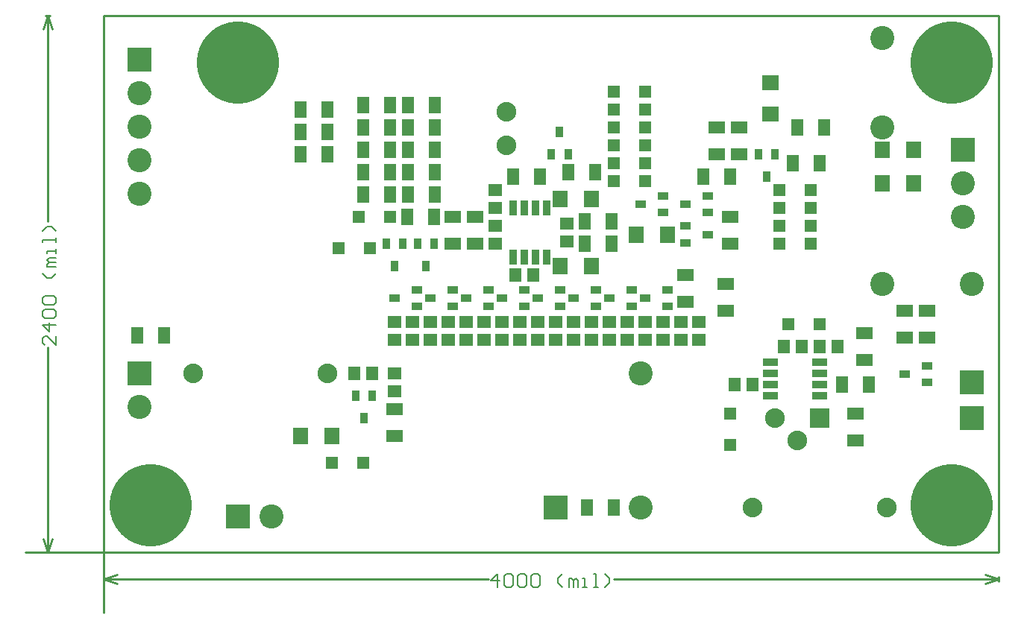
<source format=gts>
%FSLAX42Y42*%
%MOMM*%
G71*
G01*
G75*
%ADD10C,0.25*%
%ADD11R,1.27X1.27*%
%ADD12R,1.52X1.78*%
%ADD13R,1.02X0.76*%
%ADD14R,0.76X1.02*%
%ADD15R,1.78X1.52*%
%ADD16R,1.78X1.27*%
%ADD17R,1.27X1.78*%
%ADD18R,1.52X0.61*%
%ADD19R,1.27X1.40*%
%ADD20R,0.61X1.52*%
%ADD21R,1.40X1.27*%
%ADD22C,0.13*%
%ADD23C,0.15*%
%ADD24C,0.76*%
%ADD25C,2.54*%
%ADD26C,2.03*%
%ADD27R,2.03X2.03*%
%ADD28R,2.54X2.54*%
%ADD29C,9.14*%
%ADD30C,0.51*%
%ADD31R,1.47X1.47*%
%ADD32R,1.73X1.98*%
%ADD33R,1.22X0.97*%
%ADD34R,0.97X1.22*%
%ADD35R,1.98X1.73*%
%ADD36R,1.98X1.47*%
%ADD37R,1.47X1.98*%
%ADD38R,1.73X0.81*%
%ADD39R,1.47X1.60*%
%ADD40R,0.81X1.73*%
%ADD41R,1.60X1.47*%
%ADD42C,2.74*%
%ADD43C,2.24*%
%ADD44R,2.24X2.24*%
%ADD45R,2.74X2.74*%
%ADD46C,9.35*%
D10*
X20734Y17577D02*
Y23673D01*
X30894Y17577D02*
Y23673D01*
X20734D02*
X30894D01*
X20734Y17577D02*
X30894D01*
Y17247D02*
Y17298D01*
X20734Y17247D02*
Y17298D01*
X30742Y17221D02*
X30894Y17272D01*
X30742Y17323D02*
X30894Y17272D01*
X20734D02*
X20886Y17221D01*
X20734Y17272D02*
X20886Y17323D01*
X26527Y17272D02*
X30894D01*
X20734D02*
X25100D01*
X20734Y16891D02*
Y17577D01*
X20074Y23673D02*
X20124D01*
X20074Y17577D02*
X20124D01*
X20099Y23673D02*
X20150Y23521D01*
X20048D02*
X20099Y23673D01*
Y17577D02*
X20150Y17729D01*
X20048D02*
X20099Y17577D01*
Y21339D02*
Y23673D01*
Y17577D02*
Y19911D01*
X19845Y17577D02*
X20734D01*
D23*
X25202Y17181D02*
Y17333D01*
X25126Y17257D01*
X25227D01*
X25278Y17308D02*
X25304Y17333D01*
X25354D01*
X25380Y17308D01*
Y17206D01*
X25354Y17181D01*
X25304D01*
X25278Y17206D01*
Y17308D01*
X25430D02*
X25456Y17333D01*
X25507D01*
X25532Y17308D01*
Y17206D01*
X25507Y17181D01*
X25456D01*
X25430Y17206D01*
Y17308D01*
X25583D02*
X25608Y17333D01*
X25659D01*
X25684Y17308D01*
Y17206D01*
X25659Y17181D01*
X25608D01*
X25583Y17206D01*
Y17308D01*
X25938Y17181D02*
X25888Y17232D01*
Y17282D01*
X25938Y17333D01*
X26014Y17181D02*
Y17282D01*
X26040D01*
X26065Y17257D01*
Y17181D01*
Y17257D01*
X26091Y17282D01*
X26116Y17257D01*
Y17181D01*
X26167D02*
X26218D01*
X26192D01*
Y17282D01*
X26167D01*
X26294Y17181D02*
X26345D01*
X26319D01*
Y17333D01*
X26294D01*
X26421Y17181D02*
X26472Y17232D01*
Y17282D01*
X26421Y17333D01*
X20190Y20038D02*
Y19937D01*
X20089Y20038D01*
X20063D01*
X20038Y20013D01*
Y19962D01*
X20063Y19937D01*
X20190Y20165D02*
X20038D01*
X20114Y20089D01*
Y20191D01*
X20063Y20242D02*
X20038Y20267D01*
Y20318D01*
X20063Y20343D01*
X20165D01*
X20190Y20318D01*
Y20267D01*
X20165Y20242D01*
X20063D01*
Y20394D02*
X20038Y20419D01*
Y20470D01*
X20063Y20495D01*
X20165D01*
X20190Y20470D01*
Y20419D01*
X20165Y20394D01*
X20063D01*
X20190Y20749D02*
X20140Y20699D01*
X20089D01*
X20038Y20749D01*
X20190Y20826D02*
X20089D01*
Y20851D01*
X20114Y20876D01*
X20190D01*
X20114D01*
X20089Y20902D01*
X20114Y20927D01*
X20190D01*
Y20978D02*
Y21029D01*
Y21003D01*
X20089D01*
Y20978D01*
X20190Y21105D02*
Y21156D01*
Y21130D01*
X20038D01*
Y21105D01*
X20190Y21232D02*
X20140Y21283D01*
X20089D01*
X20038Y21232D01*
D31*
X28760Y21692D02*
D03*
X28405D02*
D03*
Y21489D02*
D03*
X28760D02*
D03*
Y21285D02*
D03*
X28405D02*
D03*
Y21082D02*
D03*
X28760D02*
D03*
X23757Y21031D02*
D03*
X23401D02*
D03*
X27846Y19152D02*
D03*
Y18796D02*
D03*
X28862Y20168D02*
D03*
X28506D02*
D03*
X23630Y21387D02*
D03*
X23985D02*
D03*
X26525Y22809D02*
D03*
X26881D02*
D03*
Y22606D02*
D03*
X26525D02*
D03*
Y22403D02*
D03*
X26881D02*
D03*
Y22200D02*
D03*
X26525D02*
D03*
Y21997D02*
D03*
X26881D02*
D03*
X23325Y18593D02*
D03*
X23680D02*
D03*
X26525Y21793D02*
D03*
X26881D02*
D03*
D32*
X29573Y21768D02*
D03*
X29929D02*
D03*
X26779Y21184D02*
D03*
X27135D02*
D03*
X23325Y18898D02*
D03*
X22969D02*
D03*
X26271Y21590D02*
D03*
X25916D02*
D03*
X26271Y20828D02*
D03*
X25916D02*
D03*
X29573Y22149D02*
D03*
X29929D02*
D03*
D33*
X24290Y20561D02*
D03*
Y20371D02*
D03*
X24036Y20466D02*
D03*
X24442D02*
D03*
X24696Y20371D02*
D03*
Y20561D02*
D03*
X25103D02*
D03*
Y20371D02*
D03*
X24849Y20466D02*
D03*
X25255D02*
D03*
X25509Y20371D02*
D03*
Y20561D02*
D03*
X25916D02*
D03*
Y20371D02*
D03*
X25662Y20466D02*
D03*
X26068D02*
D03*
X26322Y20371D02*
D03*
Y20561D02*
D03*
X26728D02*
D03*
Y20371D02*
D03*
X26474Y20466D02*
D03*
X26881D02*
D03*
X27135Y20371D02*
D03*
Y20561D02*
D03*
X26830Y21533D02*
D03*
X27084Y21438D02*
D03*
Y21628D02*
D03*
X27592D02*
D03*
Y21438D02*
D03*
X27338Y21533D02*
D03*
X27592Y21190D02*
D03*
X27338Y21285D02*
D03*
Y21095D02*
D03*
X30081Y19698D02*
D03*
Y19507D02*
D03*
X29827Y19603D02*
D03*
D34*
X24296Y21082D02*
D03*
X24487D02*
D03*
X24392Y20828D02*
D03*
X24036D02*
D03*
X24131Y21082D02*
D03*
X23941D02*
D03*
X26004Y22098D02*
D03*
X25814D02*
D03*
X25909Y22352D02*
D03*
X28163Y22098D02*
D03*
X28354D02*
D03*
X28259Y21844D02*
D03*
X23687Y19101D02*
D03*
X23782Y19355D02*
D03*
X23591D02*
D03*
D35*
X28303Y22555D02*
D03*
Y22911D02*
D03*
D36*
X24696Y21387D02*
D03*
Y21082D02*
D03*
X27338Y20727D02*
D03*
Y20422D02*
D03*
X29268Y18847D02*
D03*
Y19152D02*
D03*
X24950Y21387D02*
D03*
Y21082D02*
D03*
X24036Y18898D02*
D03*
Y19203D02*
D03*
X29370Y20066D02*
D03*
Y19761D02*
D03*
X27694Y22098D02*
D03*
Y22403D02*
D03*
X27846Y21082D02*
D03*
X27948Y22098D02*
D03*
Y22403D02*
D03*
X27795Y20320D02*
D03*
Y20625D02*
D03*
X27846Y21387D02*
D03*
X29827Y20015D02*
D03*
Y20320D02*
D03*
X30081D02*
D03*
Y20015D02*
D03*
D37*
X25382Y21844D02*
D03*
X25687D02*
D03*
X26195Y21336D02*
D03*
X26500D02*
D03*
X26195Y21082D02*
D03*
X26500D02*
D03*
X23985Y22657D02*
D03*
X23680D02*
D03*
X23985Y22403D02*
D03*
X23680D02*
D03*
X24188D02*
D03*
X24493D02*
D03*
X24188Y22149D02*
D03*
X24493D02*
D03*
X23985D02*
D03*
X23680D02*
D03*
X23985Y21895D02*
D03*
X23680D02*
D03*
X24188D02*
D03*
X24493D02*
D03*
X24188Y21641D02*
D03*
X24493D02*
D03*
X23985D02*
D03*
X23680D02*
D03*
X21115Y20041D02*
D03*
X21420D02*
D03*
X22969Y22606D02*
D03*
X23274D02*
D03*
X22969Y22352D02*
D03*
X23274D02*
D03*
X22969Y22098D02*
D03*
X23274D02*
D03*
X26220Y18085D02*
D03*
X26525D02*
D03*
X24493Y22657D02*
D03*
X24188D02*
D03*
X27541Y21844D02*
D03*
X24487Y21387D02*
D03*
X24182D02*
D03*
X26004Y21895D02*
D03*
X26309D02*
D03*
X29421Y19482D02*
D03*
X29116D02*
D03*
X28862Y21997D02*
D03*
X28608Y22403D02*
D03*
X28913D02*
D03*
X27846Y21844D02*
D03*
X28557Y21997D02*
D03*
D38*
X28303Y19736D02*
D03*
Y19355D02*
D03*
X28862Y19736D02*
D03*
X28303Y19482D02*
D03*
Y19609D02*
D03*
X28862Y19355D02*
D03*
Y19482D02*
D03*
Y19609D02*
D03*
D39*
X25408Y20727D02*
D03*
X25611D02*
D03*
X28659Y19914D02*
D03*
X28456D02*
D03*
X28862D02*
D03*
X29065D02*
D03*
X23782Y19609D02*
D03*
X23579D02*
D03*
X27897Y19482D02*
D03*
X28100D02*
D03*
D40*
X25763Y20930D02*
D03*
X25382Y21489D02*
D03*
X25509D02*
D03*
X25636D02*
D03*
X25763D02*
D03*
X25382Y20930D02*
D03*
X25509D02*
D03*
X25636D02*
D03*
D41*
X24036Y19406D02*
D03*
Y19609D02*
D03*
X25179Y21285D02*
D03*
Y21082D02*
D03*
Y21692D02*
D03*
Y21489D02*
D03*
X24442Y20193D02*
D03*
Y19990D02*
D03*
X24849D02*
D03*
Y20193D02*
D03*
X25255D02*
D03*
Y19990D02*
D03*
X25662D02*
D03*
Y20193D02*
D03*
X26068D02*
D03*
Y19990D02*
D03*
X26474D02*
D03*
Y20193D02*
D03*
X26881D02*
D03*
Y19990D02*
D03*
X24239Y20193D02*
D03*
Y19990D02*
D03*
X24646D02*
D03*
Y20193D02*
D03*
X25052D02*
D03*
Y19990D02*
D03*
X25458D02*
D03*
Y20193D02*
D03*
X25865D02*
D03*
Y19990D02*
D03*
X26271D02*
D03*
Y20193D02*
D03*
X26678D02*
D03*
Y19990D02*
D03*
X27084D02*
D03*
Y20193D02*
D03*
X27287D02*
D03*
Y19990D02*
D03*
X27490D02*
D03*
Y20193D02*
D03*
X24036Y19990D02*
D03*
Y20193D02*
D03*
X25992Y21108D02*
D03*
Y21311D02*
D03*
D42*
X29573Y22403D02*
D03*
Y20625D02*
D03*
X30589D02*
D03*
X30488Y21387D02*
D03*
Y21768D02*
D03*
X21140Y19228D02*
D03*
X29573Y23419D02*
D03*
X22639Y17983D02*
D03*
X21140Y21654D02*
D03*
Y22416D02*
D03*
Y22797D02*
D03*
Y22035D02*
D03*
X26830Y18085D02*
D03*
Y19609D02*
D03*
D43*
X28354Y19101D02*
D03*
X28608Y18847D02*
D03*
X29624Y18085D02*
D03*
X28100D02*
D03*
X25306Y22200D02*
D03*
Y22581D02*
D03*
X21750Y19609D02*
D03*
X23274D02*
D03*
D44*
X28862Y19101D02*
D03*
D45*
X25865Y18085D02*
D03*
X30488Y22149D02*
D03*
X21140Y19609D02*
D03*
X22258Y17983D02*
D03*
X21140Y23178D02*
D03*
X30589Y19507D02*
D03*
Y19101D02*
D03*
D46*
X21267Y18110D02*
D03*
X30361D02*
D03*
Y23140D02*
D03*
X22258D02*
D03*
M02*

</source>
